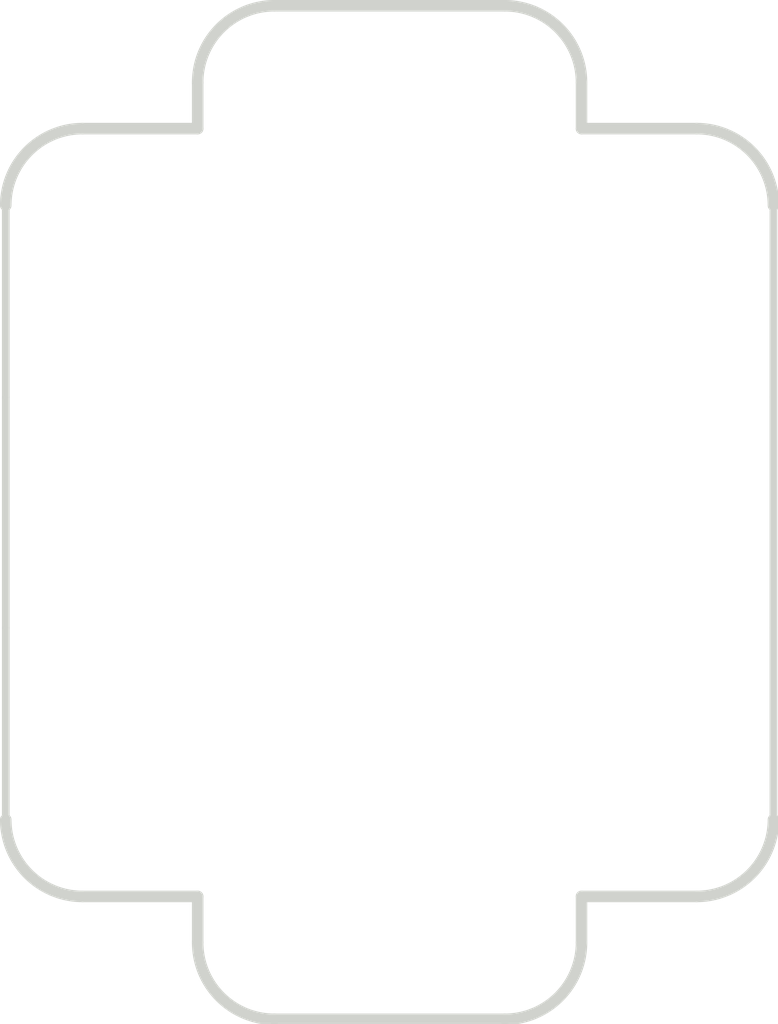
<source format=kicad_pcb>
(kicad_pcb (version 20221018) (generator pcbnew)

  (general
    (thickness 1.6)
  )

  (paper "User" 699.999 799.998)
  (layers
    (0 "F.Cu" signal)
    (31 "B.Cu" signal)
    (32 "B.Adhes" user "B.Adhesive")
    (33 "F.Adhes" user "F.Adhesive")
    (34 "B.Paste" user)
    (35 "F.Paste" user)
    (36 "B.SilkS" user "B.Silkscreen")
    (37 "F.SilkS" user "F.Silkscreen")
    (38 "B.Mask" user)
    (39 "F.Mask" user)
    (40 "Dwgs.User" user "User.Drawings")
    (41 "Cmts.User" user "User.Comments")
    (42 "Eco1.User" user "User.Eco1")
    (43 "Eco2.User" user "User.Eco2")
    (44 "Edge.Cuts" user)
    (45 "Margin" user)
    (46 "B.CrtYd" user "B.Courtyard")
    (47 "F.CrtYd" user "F.Courtyard")
    (48 "B.Fab" user)
    (49 "F.Fab" user)
    (50 "User.1" user)
    (51 "User.2" user)
    (52 "User.3" user)
    (53 "User.4" user)
    (54 "User.5" user)
    (55 "User.6" user)
    (56 "User.7" user)
    (57 "User.8" user)
    (58 "User.9" user)
  )

  (setup
    (stackup
      (layer "F.SilkS" (type "Top Silk Screen"))
      (layer "F.Paste" (type "Top Solder Paste"))
      (layer "F.Mask" (type "Top Solder Mask") (thickness 0.01))
      (layer "F.Cu" (type "copper") (thickness 0.07))
      (layer "dielectric 1" (type "core") (thickness 0.7) (material "FR4") (epsilon_r 4.5) (loss_tangent 0.02))
      (layer "B.Cu" (type "copper") (thickness 0.07))
      (layer "B.Mask" (type "Bottom Solder Mask") (thickness 0.01))
      (layer "B.Paste" (type "Bottom Solder Paste"))
      (layer "B.SilkS" (type "Bottom Silk Screen"))
      (layer "F.SilkS" (type "Top Silk Screen"))
      (layer "F.Paste" (type "Top Solder Paste"))
      (layer "F.Mask" (type "Top Solder Mask") (thickness 0.01))
      (layer "F.Cu" (type "copper") (thickness 0.07))
      (layer "dielectric 2" (type "core") (thickness 0.7) (material "FR4") (epsilon_r 4.5) (loss_tangent 0.02))
      (layer "B.Cu" (type "copper") (thickness 0.07))
      (layer "B.Mask" (type "Bottom Solder Mask") (thickness 0.01))
      (layer "B.Paste" (type "Bottom Solder Paste"))
      (layer "B.SilkS" (type "Bottom Silk Screen"))
      (layer "F.SilkS" (type "Top Silk Screen"))
      (layer "F.Paste" (type "Top Solder Paste"))
      (layer "F.Mask" (type "Top Solder Mask") (thickness 0.01))
      (layer "F.Cu" (type "copper") (thickness 0.07))
      (layer "dielectric 3" (type "core") (thickness 0.7) (material "FR4") (epsilon_r 4.5) (loss_tangent 0.02))
      (layer "B.Cu" (type "copper") (thickness 0.07))
      (layer "B.Mask" (type "Bottom Solder Mask") (thickness 0.01))
      (layer "B.Paste" (type "Bottom Solder Paste"))
      (layer "B.SilkS" (type "Bottom Silk Screen"))
      (layer "F.SilkS" (type "Top Silk Screen"))
      (layer "F.Paste" (type "Top Solder Paste"))
      (layer "F.Mask" (type "Top Solder Mask") (thickness 0.01))
      (layer "F.Cu" (type "copper") (thickness 0.07))
      (layer "dielectric 4" (type "core") (thickness 0.7) (material "FR4") (epsilon_r 4.5) (loss_tangent 0.02))
      (layer "B.Cu" (type "copper") (thickness 0.07))
      (layer "B.Mask" (type "Bottom Solder Mask") (thickness 0.01))
      (layer "B.Paste" (type "Bottom Solder Paste"))
      (layer "B.SilkS" (type "Bottom Silk Screen"))
      (copper_finish "None")
      (dielectric_constraints no)
    )
    (pad_to_mask_clearance 0)
    (aux_axis_origin 28.318751 441.192036)
    (grid_origin 127 101.6)
    (pcbplotparams
      (layerselection 0x00010fc_ffffffff)
      (plot_on_all_layers_selection 0x0000000_00000000)
      (disableapertmacros false)
      (usegerberextensions false)
      (usegerberattributes true)
      (usegerberadvancedattributes true)
      (creategerberjobfile true)
      (dashed_line_dash_ratio 12.000000)
      (dashed_line_gap_ratio 3.000000)
      (svgprecision 4)
      (plotframeref false)
      (viasonmask false)
      (mode 1)
      (useauxorigin false)
      (hpglpennumber 1)
      (hpglpenspeed 20)
      (hpglpendiameter 15.000000)
      (dxfpolygonmode true)
      (dxfimperialunits true)
      (dxfusepcbnewfont true)
      (psnegative false)
      (psa4output false)
      (plotreference true)
      (plotvalue true)
      (plotinvisibletext false)
      (sketchpadsonfab false)
      (subtractmaskfromsilk false)
      (outputformat 1)
      (mirror false)
      (drillshape 0)
      (scaleselection 1)
      (outputdirectory "../../../../Open TPC/")
    )
  )

  (net 0 "")

  (gr_arc (start 178.844029 71.781046) (mid 178.551121 72.488133) (end 177.844029 72.781046)
    (stroke (width 0.15) (type default)) (layer "Edge.Cuts") (tstamp 0b270090-8166-42a8-9bdf-91411b99cca9))
  (gr_arc (start 171.344029 62.181046) (mid 171.636908 61.47392) (end 172.344029 61.181046)
    (stroke (width 0.15) (type default)) (layer "Edge.Cuts") (tstamp 0ef65987-3fb4-4402-91cc-86ee50114daf))
  (gr_line (start 169.844029 72.781046) (end 171.344029 72.781046)
    (stroke (width 0.15) (type default)) (layer "Edge.Cuts") (tstamp 20811731-81a3-4d3c-8fc3-a4c780b7f915))
  (gr_arc (start 172.344029 74.381046) (mid 171.636887 74.088166) (end 171.344029 73.381046)
    (stroke (width 0.15) (type default)) (layer "Edge.Cuts") (tstamp 21d9b005-058b-4758-96b4-437eb64ee549))
  (gr_line (start 176.344029 62.781046) (end 176.344029 62.181046)
    (stroke (width 0.15) (type default)) (layer "Edge.Cuts") (tstamp 378d708e-bb71-4109-b0a6-72cc9a6a325b))
  (gr_line (start 176.344029 72.781046) (end 177.844029 72.781046)
    (stroke (width 0.15) (type default)) (layer "Edge.Cuts") (tstamp 3a3865aa-7740-4b55-889a-f8e0c875570e))
  (gr_arc (start 175.344029 61.181046) (mid 176.051101 61.473952) (end 176.344029 62.181046)
    (stroke (width 0.15) (type default)) (layer "Edge.Cuts") (tstamp 3ba7448e-1cb2-4db7-8787-bb72744e14d0))
  (gr_arc (start 168.844029 63.781046) (mid 169.136908 63.07392) (end 169.844029 62.781046)
    (stroke (width 0.15) (type default)) (layer "Edge.Cuts") (tstamp 4833f0f9-f53f-4d94-a191-289a59598893))
  (gr_line (start 171.344029 62.781046) (end 171.344029 62.181046)
    (stroke (width 0.15) (type default)) (layer "Edge.Cuts") (tstamp 512b0545-3796-4f89-ad31-34b23493ad06))
  (gr_line (start 178.844029 71.781046) (end 178.844029 69.281046)
    (stroke (width 0.1) (type default)) (layer "Edge.Cuts") (tstamp 5b4e4865-d96a-4b5a-9da3-575c467edb9e))
  (gr_arc (start 176.344029 73.381046) (mid 176.051121 74.088133) (end 175.344029 74.381046)
    (stroke (width 0.15) (type default)) (layer "Edge.Cuts") (tstamp 88ab66d8-a5d1-4d37-85e8-a52687d5e623))
  (gr_line (start 172.344029 61.181046) (end 175.344029 61.181046)
    (stroke (width 0.15) (type default)) (layer "Edge.Cuts") (tstamp 8b99b0f8-eb6a-49ba-972c-5ce5230c82e7))
  (gr_line (start 171.344029 62.781046) (end 169.844029 62.781046)
    (stroke (width 0.15) (type default)) (layer "Edge.Cuts") (tstamp 9b4bda1e-b74b-4c74-8dc8-6d890577c75d))
  (gr_line (start 168.844029 71.781046) (end 168.844029 69.281046)
    (stroke (width 0.1) (type default)) (layer "Edge.Cuts") (tstamp 9c763afd-b95d-4b04-b760-7d67987cc6a6))
  (gr_line (start 168.844029 66.281046) (end 168.844029 69.281046)
    (stroke (width 0.1) (type default)) (layer "Edge.Cuts") (tstamp 9ee0e1ff-8d9f-4c62-b42a-024d28942daa))
  (gr_line (start 168.844029 66.281046) (end 168.844029 63.781046)
    (stroke (width 0.1) (type default)) (layer "Edge.Cuts") (tstamp a4af7c78-3d0f-4693-89e9-e1e704d30a84))
  (gr_line (start 176.344029 73.381046) (end 176.344029 72.781046)
    (stroke (width 0.15) (type default)) (layer "Edge.Cuts") (tstamp a5a459c1-b9bf-4a90-a121-96551ee94f6a))
  (gr_arc (start 169.844029 72.781046) (mid 169.136887 72.488166) (end 168.844029 71.781046)
    (stroke (width 0.15) (type default)) (layer "Edge.Cuts") (tstamp b5b2d360-a64f-46c0-9ab8-dc1651653da2))
  (gr_arc (start 177.844029 62.781046) (mid 178.551101 63.073952) (end 178.844029 63.781046)
    (stroke (width 0.15) (type default)) (layer "Edge.Cuts") (tstamp b9e6755f-3962-49d4-88d9-085a91584e8f))
  (gr_line (start 172.344029 74.381046) (end 175.344029 74.381046)
    (stroke (width 0.15) (type default)) (layer "Edge.Cuts") (tstamp dbc80d2a-f6ae-46bc-bdd5-7ac7bb19c8c6))
  (gr_line (start 178.844029 69.281046) (end 178.844029 66.281046)
    (stroke (width 0.1) (type default)) (layer "Edge.Cuts") (tstamp e3d08e2e-fe60-4f46-83de-5456cf8e2f71))
  (gr_line (start 171.344029 73.381046) (end 171.344029 72.781046)
    (stroke (width 0.15) (type default)) (layer "Edge.Cuts") (tstamp e410d953-adc6-4d7d-8f87-c6a68e6231e2))
  (gr_line (start 177.844029 62.781046) (end 176.344029 62.781046)
    (stroke (width 0.15) (type default)) (layer "Edge.Cuts") (tstamp eb6b448f-cf2d-411b-9d6a-af640a1cfc47))
  (gr_line (start 178.844029 66.281046) (end 178.844029 63.781046)
    (stroke (width 0.1) (type default)) (layer "Edge.Cuts") (tstamp f73c42f8-0654-4e3e-8232-b354757a78c2))
  (gr_rect (start 171.344029 73.381046) (end 172.344029 74.381046)
    (stroke (width 0.15) (type default)) (fill none) (layer "User.6") (tstamp 0bceda79-1c24-4787-9958-515f2c9b1c60))
  (gr_rect (start 175.344029 61.181046) (end 176.344029 62.181046)
    (stroke (width 0.15) (type default)) (fill none) (layer "User.6") (tstamp 0fccbf97-ed9f-4385-8f83-e8f5cd23f7e8))
  (gr_rect (start 177.844029 69.281046) (end 178.844029 70.281046)
    (stroke (width 0.15) (type default)) (fill none) (layer "User.6") (tstamp 4357dc60-5c8d-46e7-a60f-7e03c9dd0993))
  (gr_line (start 169.844029 65.281046) (end 177.844029 65.281046)
    (stroke (width 0.15) (type default)) (layer "User.6") (tstamp 4f313d31-5394-4ef2-836b-2a9e608bdc3f))
  (gr_line (start 178.844029 66.281046) (end 178.844029 69.281046)
    (stroke (width 0.15) (type default)) (layer "User.6") (tstamp 6d77a6e2-4495-42a6-8cff-2ac9419d6319))
  (gr_rect (start 175.344029 73.381046) (end 176.344029 74.381046)
    (stroke (width 0.15) (type default)) (fill none) (layer "User.6") (tstamp 70e1958a-2453-4fb2-8c6b-bf89916249ff))
  (gr_line (start 171.344029 72.781046) (end 176.344029 72.781046)
    (stroke (width 0.15) (type default)) (layer "User.6") (tstamp 7ba0ff53-be3e-4a07-b899-cb1948aec786))
  (gr_rect (start 171.344029 61.181046) (end 172.344029 62.181046)
    (stroke (width 0.15) (type default)) (fill none) (layer "User.6") (tstamp 7ce1859e-a884-49ea-85d4-502bc6700f9d))
  (gr_rect (start 168.844029 69.281046) (end 169.844029 70.281046)
    (stroke (width 0.15) (type default)) (fill none) (layer "User.6") (tstamp 8330ec14-8b0d-4674-96a8-3d877ec32dff))
  (gr_line (start 171.344029 62.781046) (end 176.344029 62.781046)
    (stroke (width 0.15) (type default)) (layer "User.6") (tstamp a9ab9a12-c857-4914-be48-1f5d9e46f52f))
  (gr_line (start 168.844029 66.281046) (end 168.844029 69.281046)
    (stroke (width 0.15) (type default)) (layer "User.6") (tstamp b3e179ff-61cb-48ff-9d66-409e52723f81))
  (gr_rect (start 177.844029 65.281046) (end 178.844029 66.281046)
    (stroke (width 0.15) (type default)) (fill none) (layer "User.6") (tstamp c3869fed-da3c-4528-ad19-449c7d0e7c46))
  (gr_line (start 176.344029 62.781046) (end 171.344029 62.781046)
    (stroke (width 0.15) (type default)) (layer "User.6") (tstamp ca543364-61be-4b73-a18d-368a86a6bff2))
  (gr_line (start 169.844029 70.281046) (end 177.844029 70.281046)
    (stroke (width 0.15) (type default)) (layer "User.6") (tstamp ce7bb489-3890-49d4-8446-72a3b359731d))
  (gr_circle (center 173.844029 67.781046) (end 176.344029 67.781046)
    (stroke (width 0.2) (type default)) (fill none) (layer "User.6") (tstamp d9f2e4d1-cd28-4d6f-8920-29719eb3fa88))
  (gr_rect (start 168.844029 65.281046) (end 169.844029 66.281046)
    (stroke (width 0.15) (type default)) (fill none) (layer "User.6") (tstamp e0383361-4d25-4575-9729-2fe250ff1eeb))

)

</source>
